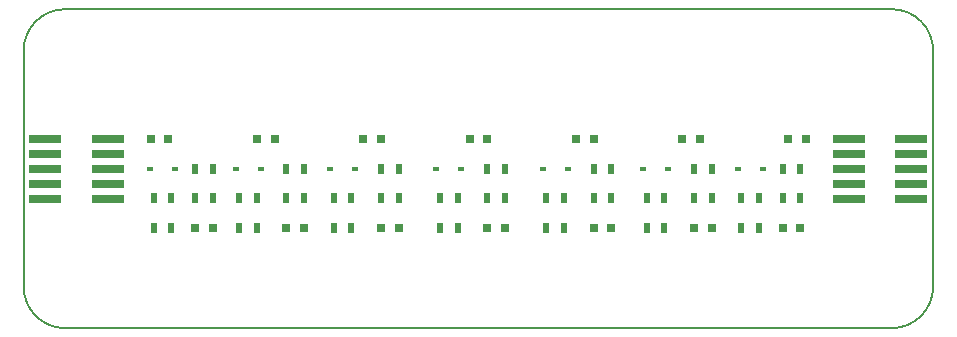
<source format=gtp>
G04 #@! TF.FileFunction,Paste,Top*
%FSLAX46Y46*%
G04 Gerber Fmt 4.6, Leading zero omitted, Abs format (unit mm)*
G04 Created by KiCad (PCBNEW 4.0.2-stable) date 31/05/2016 22:00:56*
%MOMM*%
G01*
G04 APERTURE LIST*
%ADD10C,0.100000*%
%ADD11C,0.150000*%
%ADD12R,0.800000X0.750000*%
%ADD13R,0.797560X0.797560*%
%ADD14R,0.500000X0.900000*%
%ADD15R,2.790000X0.740000*%
%ADD16R,0.590000X0.450000*%
G04 APERTURE END LIST*
D10*
D11*
X75000000Y28500000D02*
X5000000Y28500000D01*
X5000000Y1500000D02*
X75000000Y1500000D01*
X78500000Y25000000D02*
G75*
G03X75000000Y28500000I-3500000J0D01*
G01*
X75000000Y1500000D02*
G75*
G03X78500000Y5000000I0J3500000D01*
G01*
X78500000Y25000000D02*
X78500000Y5000000D01*
X1500000Y25000000D02*
X1500000Y5000000D01*
X5000000Y28500000D02*
G75*
G03X1500000Y25000000I0J-3500000D01*
G01*
X1500000Y5000000D02*
G75*
G03X5000000Y1500000I3500000J0D01*
G01*
D12*
X16000000Y10000000D03*
X17500000Y10000000D03*
X23750000Y10000000D03*
X25250000Y10000000D03*
X31750000Y10000000D03*
X33250000Y10000000D03*
X40750000Y10000000D03*
X42250000Y10000000D03*
X49750000Y10000000D03*
X51250000Y10000000D03*
X58250000Y10000000D03*
X59750000Y10000000D03*
X65750000Y10000000D03*
X67250000Y10000000D03*
D13*
X13749300Y17500000D03*
X12250700Y17500000D03*
X22749300Y17500000D03*
X21250700Y17500000D03*
X31749300Y17500000D03*
X30250700Y17500000D03*
X40749300Y17500000D03*
X39250700Y17500000D03*
D14*
X17500000Y15000000D03*
X16000000Y15000000D03*
X17500000Y12500000D03*
X16000000Y12500000D03*
X12500000Y12500000D03*
X14000000Y12500000D03*
X25250000Y15000000D03*
X23750000Y15000000D03*
X25250000Y12500000D03*
X23750000Y12500000D03*
X19750000Y12500000D03*
X21250000Y12500000D03*
X33250000Y15000000D03*
X31750000Y15000000D03*
X33250000Y12500000D03*
X31750000Y12500000D03*
X27750000Y12500000D03*
X29250000Y12500000D03*
X42250000Y15000000D03*
X40750000Y15000000D03*
X42250000Y12500000D03*
X40750000Y12500000D03*
X36750000Y12500000D03*
X38250000Y12500000D03*
X51250000Y15000000D03*
X49750000Y15000000D03*
X51250000Y12500000D03*
X49750000Y12500000D03*
X45750000Y12500000D03*
X47250000Y12500000D03*
X59750000Y15000000D03*
X58250000Y15000000D03*
X59750000Y12500000D03*
X58250000Y12500000D03*
X54250000Y12500000D03*
X55750000Y12500000D03*
X67250000Y15000000D03*
X65750000Y15000000D03*
X67250000Y12500000D03*
X65750000Y12500000D03*
X62250000Y12500000D03*
X63750000Y12500000D03*
D13*
X49749300Y17500000D03*
X48250700Y17500000D03*
X58749300Y17500000D03*
X57250700Y17500000D03*
X67749300Y17500000D03*
X66250700Y17500000D03*
D15*
X3340000Y16270000D03*
X8660000Y16270000D03*
X3340000Y15000000D03*
X8660000Y15000000D03*
X8660000Y12460000D03*
X3340000Y12460000D03*
X8660000Y13730000D03*
X3340000Y13730000D03*
X3340000Y17540000D03*
X8660000Y17540000D03*
X71340000Y16270000D03*
X76660000Y16270000D03*
X71340000Y15000000D03*
X76660000Y15000000D03*
X76660000Y12460000D03*
X71340000Y12460000D03*
X76660000Y13730000D03*
X71340000Y13730000D03*
X71340000Y17540000D03*
X76660000Y17540000D03*
D16*
X36445000Y15000000D03*
X38555000Y15000000D03*
X45445000Y15000000D03*
X47555000Y15000000D03*
X53945000Y15000000D03*
X56055000Y15000000D03*
X61945000Y15000000D03*
X64055000Y15000000D03*
X12195000Y15000000D03*
X14305000Y15000000D03*
X19445000Y15000000D03*
X21555000Y15000000D03*
X27445000Y15000000D03*
X29555000Y15000000D03*
D14*
X14000000Y10000000D03*
X12500000Y10000000D03*
X63750000Y10000000D03*
X62250000Y10000000D03*
X55750000Y10000000D03*
X54250000Y10000000D03*
X47250000Y10000000D03*
X45750000Y10000000D03*
X38250000Y10000000D03*
X36750000Y10000000D03*
X29250000Y10000000D03*
X27750000Y10000000D03*
X21250000Y10000000D03*
X19750000Y10000000D03*
M02*

</source>
